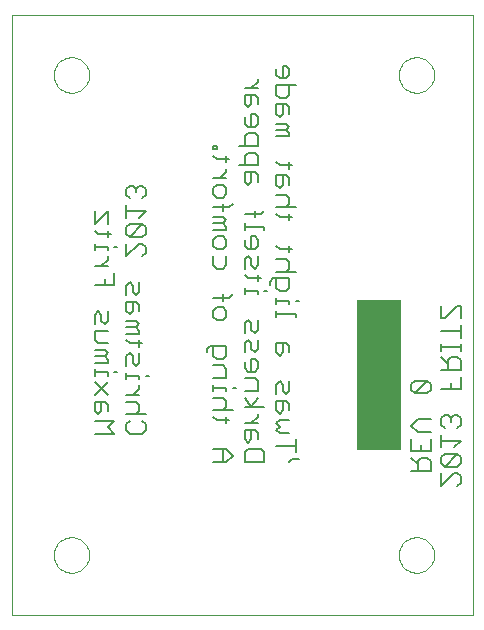
<source format=gbo>
G75*
%MOIN*%
%OFA0B0*%
%FSLAX24Y24*%
%IPPOS*%
%LPD*%
%AMOC8*
5,1,8,0,0,1.08239X$1,22.5*
%
%ADD10C,0.0000*%
%ADD11C,0.0060*%
%ADD12R,0.1500X0.5000*%
D10*
X000100Y000100D02*
X000100Y020096D01*
X015470Y020096D01*
X015470Y000100D01*
X000100Y000100D01*
X001509Y002100D02*
X001511Y002148D01*
X001517Y002196D01*
X001527Y002243D01*
X001540Y002289D01*
X001558Y002334D01*
X001578Y002378D01*
X001603Y002420D01*
X001631Y002459D01*
X001661Y002496D01*
X001695Y002530D01*
X001732Y002562D01*
X001770Y002591D01*
X001811Y002616D01*
X001854Y002638D01*
X001899Y002656D01*
X001945Y002670D01*
X001992Y002681D01*
X002040Y002688D01*
X002088Y002691D01*
X002136Y002690D01*
X002184Y002685D01*
X002232Y002676D01*
X002278Y002664D01*
X002323Y002647D01*
X002367Y002627D01*
X002409Y002604D01*
X002449Y002577D01*
X002487Y002547D01*
X002522Y002514D01*
X002554Y002478D01*
X002584Y002440D01*
X002610Y002399D01*
X002632Y002356D01*
X002652Y002312D01*
X002667Y002267D01*
X002679Y002220D01*
X002687Y002172D01*
X002691Y002124D01*
X002691Y002076D01*
X002687Y002028D01*
X002679Y001980D01*
X002667Y001933D01*
X002652Y001888D01*
X002632Y001844D01*
X002610Y001801D01*
X002584Y001760D01*
X002554Y001722D01*
X002522Y001686D01*
X002487Y001653D01*
X002449Y001623D01*
X002409Y001596D01*
X002367Y001573D01*
X002323Y001553D01*
X002278Y001536D01*
X002232Y001524D01*
X002184Y001515D01*
X002136Y001510D01*
X002088Y001509D01*
X002040Y001512D01*
X001992Y001519D01*
X001945Y001530D01*
X001899Y001544D01*
X001854Y001562D01*
X001811Y001584D01*
X001770Y001609D01*
X001732Y001638D01*
X001695Y001670D01*
X001661Y001704D01*
X001631Y001741D01*
X001603Y001780D01*
X001578Y001822D01*
X001558Y001866D01*
X001540Y001911D01*
X001527Y001957D01*
X001517Y002004D01*
X001511Y002052D01*
X001509Y002100D01*
X013009Y002100D02*
X013011Y002148D01*
X013017Y002196D01*
X013027Y002243D01*
X013040Y002289D01*
X013058Y002334D01*
X013078Y002378D01*
X013103Y002420D01*
X013131Y002459D01*
X013161Y002496D01*
X013195Y002530D01*
X013232Y002562D01*
X013270Y002591D01*
X013311Y002616D01*
X013354Y002638D01*
X013399Y002656D01*
X013445Y002670D01*
X013492Y002681D01*
X013540Y002688D01*
X013588Y002691D01*
X013636Y002690D01*
X013684Y002685D01*
X013732Y002676D01*
X013778Y002664D01*
X013823Y002647D01*
X013867Y002627D01*
X013909Y002604D01*
X013949Y002577D01*
X013987Y002547D01*
X014022Y002514D01*
X014054Y002478D01*
X014084Y002440D01*
X014110Y002399D01*
X014132Y002356D01*
X014152Y002312D01*
X014167Y002267D01*
X014179Y002220D01*
X014187Y002172D01*
X014191Y002124D01*
X014191Y002076D01*
X014187Y002028D01*
X014179Y001980D01*
X014167Y001933D01*
X014152Y001888D01*
X014132Y001844D01*
X014110Y001801D01*
X014084Y001760D01*
X014054Y001722D01*
X014022Y001686D01*
X013987Y001653D01*
X013949Y001623D01*
X013909Y001596D01*
X013867Y001573D01*
X013823Y001553D01*
X013778Y001536D01*
X013732Y001524D01*
X013684Y001515D01*
X013636Y001510D01*
X013588Y001509D01*
X013540Y001512D01*
X013492Y001519D01*
X013445Y001530D01*
X013399Y001544D01*
X013354Y001562D01*
X013311Y001584D01*
X013270Y001609D01*
X013232Y001638D01*
X013195Y001670D01*
X013161Y001704D01*
X013131Y001741D01*
X013103Y001780D01*
X013078Y001822D01*
X013058Y001866D01*
X013040Y001911D01*
X013027Y001957D01*
X013017Y002004D01*
X013011Y002052D01*
X013009Y002100D01*
X013009Y018100D02*
X013011Y018148D01*
X013017Y018196D01*
X013027Y018243D01*
X013040Y018289D01*
X013058Y018334D01*
X013078Y018378D01*
X013103Y018420D01*
X013131Y018459D01*
X013161Y018496D01*
X013195Y018530D01*
X013232Y018562D01*
X013270Y018591D01*
X013311Y018616D01*
X013354Y018638D01*
X013399Y018656D01*
X013445Y018670D01*
X013492Y018681D01*
X013540Y018688D01*
X013588Y018691D01*
X013636Y018690D01*
X013684Y018685D01*
X013732Y018676D01*
X013778Y018664D01*
X013823Y018647D01*
X013867Y018627D01*
X013909Y018604D01*
X013949Y018577D01*
X013987Y018547D01*
X014022Y018514D01*
X014054Y018478D01*
X014084Y018440D01*
X014110Y018399D01*
X014132Y018356D01*
X014152Y018312D01*
X014167Y018267D01*
X014179Y018220D01*
X014187Y018172D01*
X014191Y018124D01*
X014191Y018076D01*
X014187Y018028D01*
X014179Y017980D01*
X014167Y017933D01*
X014152Y017888D01*
X014132Y017844D01*
X014110Y017801D01*
X014084Y017760D01*
X014054Y017722D01*
X014022Y017686D01*
X013987Y017653D01*
X013949Y017623D01*
X013909Y017596D01*
X013867Y017573D01*
X013823Y017553D01*
X013778Y017536D01*
X013732Y017524D01*
X013684Y017515D01*
X013636Y017510D01*
X013588Y017509D01*
X013540Y017512D01*
X013492Y017519D01*
X013445Y017530D01*
X013399Y017544D01*
X013354Y017562D01*
X013311Y017584D01*
X013270Y017609D01*
X013232Y017638D01*
X013195Y017670D01*
X013161Y017704D01*
X013131Y017741D01*
X013103Y017780D01*
X013078Y017822D01*
X013058Y017866D01*
X013040Y017911D01*
X013027Y017957D01*
X013017Y018004D01*
X013011Y018052D01*
X013009Y018100D01*
X001509Y018100D02*
X001511Y018148D01*
X001517Y018196D01*
X001527Y018243D01*
X001540Y018289D01*
X001558Y018334D01*
X001578Y018378D01*
X001603Y018420D01*
X001631Y018459D01*
X001661Y018496D01*
X001695Y018530D01*
X001732Y018562D01*
X001770Y018591D01*
X001811Y018616D01*
X001854Y018638D01*
X001899Y018656D01*
X001945Y018670D01*
X001992Y018681D01*
X002040Y018688D01*
X002088Y018691D01*
X002136Y018690D01*
X002184Y018685D01*
X002232Y018676D01*
X002278Y018664D01*
X002323Y018647D01*
X002367Y018627D01*
X002409Y018604D01*
X002449Y018577D01*
X002487Y018547D01*
X002522Y018514D01*
X002554Y018478D01*
X002584Y018440D01*
X002610Y018399D01*
X002632Y018356D01*
X002652Y018312D01*
X002667Y018267D01*
X002679Y018220D01*
X002687Y018172D01*
X002691Y018124D01*
X002691Y018076D01*
X002687Y018028D01*
X002679Y017980D01*
X002667Y017933D01*
X002652Y017888D01*
X002632Y017844D01*
X002610Y017801D01*
X002584Y017760D01*
X002554Y017722D01*
X002522Y017686D01*
X002487Y017653D01*
X002449Y017623D01*
X002409Y017596D01*
X002367Y017573D01*
X002323Y017553D01*
X002278Y017536D01*
X002232Y017524D01*
X002184Y017515D01*
X002136Y017510D01*
X002088Y017509D01*
X002040Y017512D01*
X001992Y017519D01*
X001945Y017530D01*
X001899Y017544D01*
X001854Y017562D01*
X001811Y017584D01*
X001770Y017609D01*
X001732Y017638D01*
X001695Y017670D01*
X001661Y017704D01*
X001631Y017741D01*
X001603Y017780D01*
X001578Y017822D01*
X001558Y017866D01*
X001540Y017911D01*
X001527Y017957D01*
X001517Y018004D01*
X001511Y018052D01*
X001509Y018100D01*
D11*
X004037Y014412D02*
X003930Y014306D01*
X003930Y014092D01*
X004037Y013985D01*
X003930Y013768D02*
X003930Y013341D01*
X003930Y013554D02*
X004571Y013554D01*
X004357Y013341D01*
X004464Y013123D02*
X004037Y013123D01*
X003930Y013017D01*
X003930Y012803D01*
X004037Y012696D01*
X004464Y013123D01*
X004571Y013017D01*
X004571Y012803D01*
X004464Y012696D01*
X004037Y012696D01*
X003930Y012479D02*
X003930Y012052D01*
X004357Y012479D01*
X004464Y012479D01*
X004571Y012372D01*
X004571Y012159D01*
X004464Y012052D01*
X004357Y011190D02*
X004357Y010869D01*
X004250Y010763D01*
X004144Y010869D01*
X004144Y011083D01*
X004037Y011190D01*
X003930Y011083D01*
X003930Y010763D01*
X003930Y010545D02*
X003930Y010225D01*
X004037Y010118D01*
X004144Y010225D01*
X004144Y010545D01*
X004250Y010545D02*
X004357Y010438D01*
X004357Y010225D01*
X004250Y009901D02*
X003930Y009901D01*
X003930Y009687D02*
X004250Y009687D01*
X004357Y009794D01*
X004250Y009901D01*
X004250Y009687D02*
X004357Y009580D01*
X004357Y009474D01*
X003930Y009474D01*
X003930Y009257D02*
X004037Y009151D01*
X004464Y009151D01*
X004357Y009257D02*
X004357Y009044D01*
X004357Y008826D02*
X004357Y008506D01*
X004250Y008399D01*
X004144Y008506D01*
X004144Y008720D01*
X004037Y008826D01*
X003930Y008720D01*
X003930Y008399D01*
X003930Y008183D02*
X003930Y007970D01*
X003930Y008076D02*
X004357Y008076D01*
X004357Y007970D01*
X004357Y007753D02*
X004357Y007646D01*
X004144Y007433D01*
X004357Y007433D02*
X003930Y007433D01*
X003930Y007215D02*
X004250Y007215D01*
X004357Y007108D01*
X004357Y006895D01*
X004250Y006788D01*
X004464Y006570D02*
X004571Y006464D01*
X004571Y006250D01*
X004464Y006143D01*
X004037Y006143D01*
X003930Y006250D01*
X003930Y006464D01*
X004037Y006570D01*
X003930Y006788D02*
X004571Y006788D01*
X004571Y008076D02*
X004677Y008076D01*
X003627Y008184D02*
X003521Y008184D01*
X003307Y008184D02*
X003307Y008077D01*
X003307Y008184D02*
X002880Y008184D01*
X002880Y008077D02*
X002880Y008291D01*
X002880Y008507D02*
X003307Y008507D01*
X003307Y008614D01*
X003200Y008720D01*
X003307Y008827D01*
X003200Y008934D01*
X002880Y008934D01*
X002880Y008720D02*
X003200Y008720D01*
X003307Y009151D02*
X002987Y009151D01*
X002880Y009258D01*
X002880Y009578D01*
X003307Y009578D01*
X003200Y009796D02*
X003307Y009903D01*
X003307Y010223D01*
X003094Y010116D02*
X003094Y009903D01*
X003200Y009796D01*
X002880Y009796D02*
X002880Y010116D01*
X002987Y010223D01*
X003094Y010116D01*
X003200Y011085D02*
X003200Y011298D01*
X002880Y011085D02*
X003521Y011085D01*
X003521Y011512D01*
X003307Y011730D02*
X002880Y011730D01*
X003094Y011730D02*
X003307Y011943D01*
X003307Y012050D01*
X003307Y012267D02*
X003307Y012373D01*
X002880Y012373D01*
X002880Y012267D02*
X002880Y012480D01*
X002987Y012803D02*
X002880Y012910D01*
X002987Y012803D02*
X003414Y012803D01*
X003307Y012696D02*
X003307Y012910D01*
X003307Y013126D02*
X003307Y013553D01*
X002880Y013126D01*
X002880Y013553D01*
X003521Y012373D02*
X003627Y012373D01*
X004464Y013985D02*
X004571Y014092D01*
X004571Y014306D01*
X004464Y014412D01*
X004357Y014412D01*
X004250Y014306D01*
X004144Y014412D01*
X004037Y014412D01*
X004250Y014306D02*
X004250Y014199D01*
X006830Y014117D02*
X006937Y014011D01*
X007150Y014011D01*
X007257Y014117D01*
X007257Y014331D01*
X007150Y014438D01*
X006937Y014438D01*
X006830Y014331D01*
X006830Y014117D01*
X006830Y013688D02*
X007364Y013688D01*
X007471Y013795D01*
X007150Y013795D02*
X007150Y013581D01*
X007150Y013363D02*
X006830Y013363D01*
X006830Y013150D02*
X007150Y013150D01*
X007257Y013257D01*
X007150Y013363D01*
X007150Y013150D02*
X007257Y013043D01*
X007257Y012936D01*
X006830Y012936D01*
X006937Y012719D02*
X006830Y012612D01*
X006830Y012399D01*
X006937Y012292D01*
X007150Y012292D01*
X007257Y012399D01*
X007257Y012612D01*
X007150Y012719D01*
X006937Y012719D01*
X006830Y012074D02*
X006830Y011754D01*
X006937Y011647D01*
X007150Y011647D01*
X007257Y011754D01*
X007257Y012074D01*
X007880Y011968D02*
X007880Y011647D01*
X007880Y011431D02*
X007987Y011324D01*
X008414Y011324D01*
X008307Y011218D02*
X008307Y011431D01*
X008200Y011647D02*
X008307Y011754D01*
X008307Y012074D01*
X008200Y012292D02*
X008307Y012399D01*
X008307Y012612D01*
X008200Y012719D01*
X008094Y012719D01*
X008094Y012292D01*
X008200Y012292D02*
X007987Y012292D01*
X007880Y012399D01*
X007880Y012612D01*
X007880Y012936D02*
X007880Y013150D01*
X007880Y013043D02*
X008521Y013043D01*
X008521Y012936D01*
X008200Y013366D02*
X008200Y013580D01*
X008414Y013473D02*
X007880Y013473D01*
X008414Y013473D02*
X008521Y013580D01*
X008930Y013472D02*
X009037Y013365D01*
X009464Y013365D01*
X009357Y013259D02*
X009357Y013472D01*
X009250Y013688D02*
X009357Y013795D01*
X009357Y014009D01*
X009250Y014115D01*
X008930Y014115D01*
X009037Y014333D02*
X009144Y014440D01*
X009144Y014760D01*
X009250Y014760D02*
X008930Y014760D01*
X008930Y014440D01*
X009037Y014333D01*
X009357Y014440D02*
X009357Y014653D01*
X009250Y014760D01*
X009357Y014978D02*
X009357Y015191D01*
X009464Y015084D02*
X009037Y015084D01*
X008930Y015191D01*
X008307Y015085D02*
X008307Y015405D01*
X008200Y015512D01*
X007987Y015512D01*
X007880Y015405D01*
X007880Y015085D01*
X007666Y015085D02*
X008307Y015085D01*
X008200Y014867D02*
X007880Y014867D01*
X007880Y014547D01*
X007987Y014440D01*
X008094Y014547D01*
X008094Y014867D01*
X008200Y014867D02*
X008307Y014761D01*
X008307Y014547D01*
X008930Y013688D02*
X009571Y013688D01*
X009357Y012398D02*
X009357Y012184D01*
X009464Y012291D02*
X009037Y012291D01*
X008930Y012398D01*
X008930Y011967D02*
X009250Y011967D01*
X009357Y011860D01*
X009357Y011647D01*
X009250Y011540D01*
X009357Y011322D02*
X009357Y011002D01*
X009250Y010895D01*
X009037Y010895D01*
X008930Y011002D01*
X008930Y011322D01*
X008823Y011322D02*
X009357Y011322D01*
X009571Y011540D02*
X008930Y011540D01*
X008823Y011322D02*
X008716Y011216D01*
X008716Y011109D01*
X008627Y010895D02*
X008521Y010895D01*
X008307Y010895D02*
X007880Y010895D01*
X007880Y011001D02*
X007880Y010788D01*
X007471Y010787D02*
X007364Y010680D01*
X006830Y010680D01*
X006937Y010356D02*
X007150Y010356D01*
X007257Y010249D01*
X007257Y010035D01*
X007150Y009929D01*
X006937Y009929D01*
X006830Y010035D01*
X006830Y010249D01*
X006937Y010356D01*
X007150Y010573D02*
X007150Y010787D01*
X007987Y009926D02*
X007880Y009819D01*
X007880Y009499D01*
X008094Y009606D02*
X008094Y009819D01*
X007987Y009926D01*
X008307Y009926D02*
X008307Y009606D01*
X008200Y009499D01*
X008094Y009606D01*
X007987Y009281D02*
X007880Y009175D01*
X007880Y008854D01*
X008094Y008961D02*
X008200Y008854D01*
X008307Y008961D01*
X008307Y009281D01*
X008094Y009175D02*
X008094Y008961D01*
X008094Y009175D02*
X007987Y009281D01*
X008094Y008637D02*
X008094Y008210D01*
X008200Y008210D02*
X007987Y008210D01*
X007880Y008317D01*
X007880Y008530D01*
X008094Y008637D02*
X008200Y008637D01*
X008307Y008530D01*
X008307Y008317D01*
X008200Y008210D01*
X008200Y007992D02*
X007880Y007992D01*
X008200Y007992D02*
X008307Y007885D01*
X008307Y007565D01*
X007880Y007565D01*
X007880Y007348D02*
X008094Y007028D01*
X008307Y007348D01*
X008521Y007028D02*
X007880Y007028D01*
X008307Y006704D02*
X008094Y006491D01*
X008307Y006491D02*
X007880Y006491D01*
X007880Y006273D02*
X007880Y005953D01*
X007987Y005846D01*
X008094Y005953D01*
X008094Y006273D01*
X008200Y006273D02*
X007880Y006273D01*
X008200Y006273D02*
X008307Y006167D01*
X008307Y005953D01*
X008414Y005629D02*
X007987Y005629D01*
X007880Y005522D01*
X007880Y005202D01*
X008521Y005202D01*
X008521Y005522D01*
X008414Y005629D01*
X008930Y005738D02*
X009571Y005738D01*
X009571Y005951D02*
X009571Y005524D01*
X009677Y005309D02*
X009464Y005309D01*
X009357Y005202D01*
X009357Y006169D02*
X009037Y006169D01*
X008930Y006275D01*
X009037Y006382D01*
X008930Y006489D01*
X009037Y006596D01*
X009357Y006596D01*
X009357Y006920D02*
X009357Y007134D01*
X009250Y007240D01*
X008930Y007240D01*
X008930Y006920D01*
X009037Y006813D01*
X009144Y006920D01*
X009144Y007240D01*
X009250Y007458D02*
X009357Y007565D01*
X009357Y007885D01*
X009144Y007778D02*
X009144Y007565D01*
X009250Y007458D01*
X008930Y007458D02*
X008930Y007778D01*
X009037Y007885D01*
X009144Y007778D01*
X009037Y008747D02*
X008930Y008854D01*
X008930Y009174D01*
X009250Y009174D01*
X009357Y009067D01*
X009357Y008854D01*
X009144Y008854D02*
X009144Y009174D01*
X009144Y008854D02*
X009037Y008747D01*
X008930Y010036D02*
X008930Y010249D01*
X008930Y010143D02*
X009571Y010143D01*
X009571Y010036D01*
X009357Y010466D02*
X009357Y010572D01*
X008930Y010572D01*
X008930Y010466D02*
X008930Y010679D01*
X008307Y010788D02*
X008307Y010895D01*
X008200Y011647D02*
X008094Y011754D01*
X008094Y011968D01*
X007987Y012074D01*
X007880Y011968D01*
X009571Y010572D02*
X009677Y010572D01*
X007577Y007672D02*
X007471Y007672D01*
X007257Y007672D02*
X006830Y007672D01*
X006830Y007565D02*
X006830Y007779D01*
X006830Y007995D02*
X007257Y007995D01*
X007257Y008315D01*
X007150Y008422D01*
X006830Y008422D01*
X006937Y008639D02*
X006830Y008746D01*
X006830Y009066D01*
X006723Y009066D02*
X007257Y009066D01*
X007257Y008746D01*
X007150Y008639D01*
X006937Y008639D01*
X006616Y008853D02*
X006616Y008960D01*
X006723Y009066D01*
X007257Y007672D02*
X007257Y007565D01*
X007150Y007348D02*
X006830Y007348D01*
X007150Y007348D02*
X007257Y007241D01*
X007257Y007027D01*
X007150Y006921D01*
X007257Y006704D02*
X007257Y006491D01*
X007364Y006598D02*
X006937Y006598D01*
X006830Y006704D01*
X006830Y006921D02*
X007471Y006921D01*
X008307Y006811D02*
X008307Y006704D01*
X007257Y005629D02*
X007471Y005415D01*
X007257Y005202D01*
X006830Y005202D01*
X007150Y005202D02*
X007150Y005629D01*
X007257Y005629D02*
X006830Y005629D01*
X003521Y006143D02*
X003307Y006357D01*
X003521Y006570D01*
X002880Y006570D01*
X002987Y006788D02*
X003094Y006895D01*
X003094Y007215D01*
X003200Y007215D02*
X002880Y007215D01*
X002880Y006895D01*
X002987Y006788D01*
X003307Y006895D02*
X003307Y007108D01*
X003200Y007215D01*
X003307Y007433D02*
X002880Y007860D01*
X002880Y007433D02*
X003307Y007860D01*
X003521Y006143D02*
X002880Y006143D01*
X003930Y010545D02*
X004250Y010545D01*
X006830Y014655D02*
X007257Y014655D01*
X007044Y014655D02*
X007257Y014869D01*
X007257Y014976D01*
X007257Y015192D02*
X007257Y015406D01*
X007364Y015299D02*
X006937Y015299D01*
X006830Y015406D01*
X006830Y015622D02*
X006830Y015729D01*
X006937Y015729D01*
X006937Y015622D01*
X006830Y015622D01*
X007666Y015730D02*
X008307Y015730D01*
X008307Y016050D01*
X008200Y016157D01*
X007987Y016157D01*
X007880Y016050D01*
X007880Y015730D01*
X007987Y016374D02*
X007880Y016481D01*
X007880Y016694D01*
X008094Y016801D02*
X008094Y016374D01*
X008200Y016374D02*
X007987Y016374D01*
X008200Y016374D02*
X008307Y016481D01*
X008307Y016694D01*
X008200Y016801D01*
X008094Y016801D01*
X007987Y017019D02*
X007880Y017125D01*
X007880Y017446D01*
X008200Y017446D01*
X008307Y017339D01*
X008307Y017125D01*
X008094Y017125D02*
X008094Y017446D01*
X008094Y017663D02*
X008307Y017877D01*
X008307Y017983D01*
X008307Y017663D02*
X007880Y017663D01*
X008094Y017125D02*
X007987Y017019D01*
X008930Y017123D02*
X008930Y016803D01*
X009037Y016696D01*
X009144Y016803D01*
X009144Y017123D01*
X009250Y017123D02*
X008930Y017123D01*
X009037Y017341D02*
X009250Y017341D01*
X009357Y017448D01*
X009357Y017768D01*
X009571Y017768D02*
X008930Y017768D01*
X008930Y017448D01*
X009037Y017341D01*
X009250Y017123D02*
X009357Y017017D01*
X009357Y016803D01*
X009250Y016479D02*
X008930Y016479D01*
X008930Y016265D02*
X009250Y016265D01*
X009357Y016372D01*
X009250Y016479D01*
X009250Y016265D02*
X009357Y016159D01*
X009357Y016052D01*
X008930Y016052D01*
X009037Y017985D02*
X008930Y018092D01*
X008930Y018306D01*
X009144Y018412D02*
X009144Y017985D01*
X009250Y017985D02*
X009037Y017985D01*
X009250Y017985D02*
X009357Y018092D01*
X009357Y018306D01*
X009250Y018412D01*
X009144Y018412D01*
X014430Y010412D02*
X014430Y009985D01*
X014537Y009985D01*
X014964Y010412D01*
X015071Y010412D01*
X015071Y009985D01*
X015071Y009768D02*
X015071Y009341D01*
X015071Y009554D02*
X014430Y009554D01*
X014430Y009125D02*
X014430Y008911D01*
X014430Y009018D02*
X015071Y009018D01*
X015071Y008911D02*
X015071Y009125D01*
X014964Y008694D02*
X014750Y008694D01*
X014644Y008587D01*
X014644Y008267D01*
X014644Y008480D02*
X014430Y008694D01*
X014430Y008267D02*
X015071Y008267D01*
X015071Y008587D01*
X014964Y008694D01*
X015071Y008049D02*
X015071Y007622D01*
X014430Y007622D01*
X014750Y007622D02*
X014750Y007836D01*
X014071Y007806D02*
X014071Y007592D01*
X013964Y007485D01*
X013537Y007485D01*
X013964Y007912D01*
X013537Y007912D01*
X013430Y007806D01*
X013430Y007592D01*
X013537Y007485D01*
X013964Y007912D02*
X014071Y007806D01*
X014537Y006760D02*
X014430Y006653D01*
X014430Y006440D01*
X014537Y006333D01*
X014430Y006115D02*
X014430Y005688D01*
X014430Y005902D02*
X015071Y005902D01*
X014857Y005688D01*
X014964Y005471D02*
X014537Y005044D01*
X014430Y005151D01*
X014430Y005364D01*
X014537Y005471D01*
X014964Y005471D01*
X015071Y005364D01*
X015071Y005151D01*
X014964Y005044D01*
X014537Y005044D01*
X014430Y004826D02*
X014430Y004399D01*
X014857Y004826D01*
X014964Y004826D01*
X015071Y004720D01*
X015071Y004506D01*
X014964Y004399D01*
X014071Y004907D02*
X014071Y005228D01*
X013964Y005334D01*
X013750Y005334D01*
X013644Y005228D01*
X013644Y004907D01*
X013644Y005121D02*
X013430Y005334D01*
X013430Y005552D02*
X013430Y005979D01*
X013644Y006196D02*
X013430Y006410D01*
X013644Y006623D01*
X014071Y006623D01*
X014071Y006196D02*
X013644Y006196D01*
X013750Y005765D02*
X013750Y005552D01*
X013430Y005552D02*
X014071Y005552D01*
X014071Y005979D01*
X014750Y006547D02*
X014750Y006653D01*
X014644Y006760D01*
X014537Y006760D01*
X014750Y006653D02*
X014857Y006760D01*
X014964Y006760D01*
X015071Y006653D01*
X015071Y006440D01*
X014964Y006333D01*
X014071Y004907D02*
X013430Y004907D01*
D12*
X012350Y008100D03*
M02*

</source>
